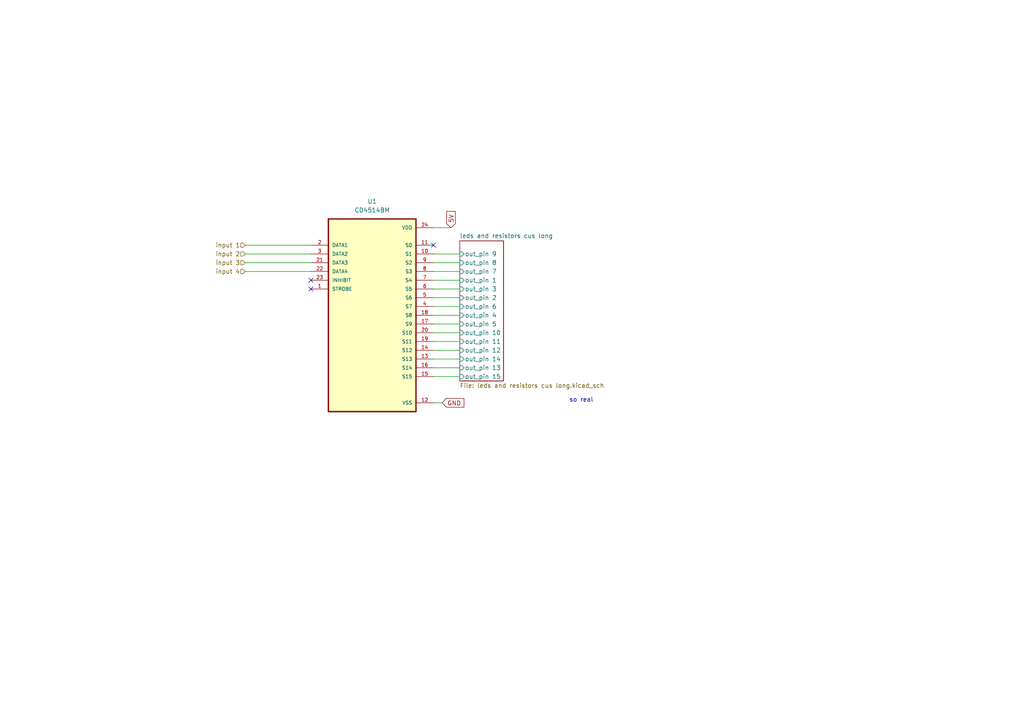
<source format=kicad_sch>
(kicad_sch (version 20230121) (generator eeschema)
  (paper "A4")
  (lib_symbols
    (symbol "CD4514BM:CD4514BM" (pin_names (offset 1.016))
      (property "Reference" "U" (at -12.7 28.94 0))
      (property "Value" "CD4514BM" (at -12.7 -31.94 0))
      (symbol "CD4514BM_0_0"
        (rectangle (start -12.7 -27.94) (end 12.7 27.94) (stroke (width 0.41)) (fill (type background)))
        (pin input line (at -17.78 7.62 0) (length 5.08) (name "STROBE") (number "1"))
        (pin output line (at 17.78 17.78 180) (length 5.08) (name "S1") (number "10"))
        (pin output line (at 17.78 20.32 180) (length 5.08) (name "S0") (number "11"))
        (pin power_in line (at 17.78 -25.4 180) (length 5.08) (name "VSS") (number "12"))
        (pin output line (at 17.78 -12.7 180) (length 5.08) (name "S13") (number "13"))
        (pin output line (at 17.78 -10.16 180) (length 5.08) (name "S12") (number "14"))
        (pin output line (at 17.78 -17.78 180) (length 5.08) (name "S15") (number "15"))
        (pin output line (at 17.78 -15.24 180) (length 5.08) (name "S14") (number "16"))
        (pin output line (at 17.78 -2.54 180) (length 5.08) (name "S9") (number "17"))
        (pin output line (at 17.78 0 180) (length 5.08) (name "S8") (number "18"))
        (pin output line (at 17.78 -7.62 180) (length 5.08) (name "S11") (number "19"))
        (pin input line (at -17.78 20.32 0) (length 5.08) (name "DATA1") (number "2"))
        (pin output line (at 17.78 -5.08 180) (length 5.08) (name "S10") (number "20"))
        (pin input line (at -17.78 15.24 0) (length 5.08) (name "DATA3") (number "21"))
        (pin input line (at -17.78 12.7 0) (length 5.08) (name "DATA4") (number "22"))
        (pin input line (at -17.78 10.16 0) (length 5.08) (name "INHIBIT") (number "23"))
        (pin power_in line (at 17.78 25.4 180) (length 5.08) (name "VDD") (number "24"))
        (pin input line (at -17.78 17.78 0) (length 5.08) (name "DATA2") (number "3"))
        (pin output line (at 17.78 2.54 180) (length 5.08) (name "S7") (number "4"))
        (pin output line (at 17.78 5.08 180) (length 5.08) (name "S6") (number "5"))
        (pin output line (at 17.78 7.62 180) (length 5.08) (name "S5") (number "6"))
        (pin output line (at 17.78 10.16 180) (length 5.08) (name "S4") (number "7"))
        (pin output line (at 17.78 12.7 180) (length 5.08) (name "S3") (number "8"))
        (pin output line (at 17.78 15.24 180) (length 5.08) (name "S2") (number "9"))
      )
    )
  )
  (no_connect (at 90.17 83.82))
  (no_connect (at 90.17 81.28))
  (no_connect (at 125.73 71.12))
  (wire (pts (xy 125.73 106.68) (xy 133.35 106.68)))
  (wire (pts (xy 71.12 73.66) (xy 90.17 73.66)))
  (wire (pts (xy 71.12 71.12) (xy 90.17 71.12)))
  (wire (pts (xy 125.73 73.66) (xy 133.35 73.66)))
  (wire (pts (xy 125.73 81.28) (xy 133.35 81.28)))
  (wire (pts (xy 125.73 76.2) (xy 133.35 76.2)))
  (wire (pts (xy 71.12 78.74) (xy 90.17 78.74)))
  (wire (pts (xy 125.73 99.06) (xy 133.35 99.06)))
  (wire (pts (xy 125.73 93.98) (xy 133.35 93.98)))
  (wire (pts (xy 125.73 96.52) (xy 133.35 96.52)))
  (wire (pts (xy 125.73 91.44) (xy 133.35 91.44)))
  (wire (pts (xy 125.73 83.82) (xy 133.35 83.82)))
  (wire (pts (xy 125.73 101.6) (xy 133.35 101.6)))
  (wire (pts (xy 125.73 86.36) (xy 133.35 86.36)))
  (wire (pts (xy 125.73 104.14) (xy 133.35 104.14)))
  (wire (pts (xy 71.12 76.2) (xy 90.17 76.2)))
  (wire (pts (xy 125.73 109.22) (xy 133.35 109.22)))
  (wire (pts (xy 125.73 78.74) (xy 133.35 78.74)))
  (wire (pts (xy 125.73 116.84) (xy 128.27 116.84)))
  (wire (pts (xy 125.73 66.04) (xy 130.81 66.04)))
  (wire (pts (xy 125.73 88.9) (xy 133.35 88.9)))
  (text "so real\n" (at 165.1 116.84 0) (effects (font (size 1.27 1.27)) (justify left bottom)))
  (global_label "GND" (shape input) (at 128.27 116.84 0) (property "Intersheetrefs" "${INTERSHEET_REFS}" (effects hide)))
  (global_label "5V" (shape input) (at 130.81 66.04 90) (property "Intersheetrefs" "${INTERSHEET_REFS}" (effects hide)))
  (hierarchical_label "input 4" (shape input) (at 71.12 78.74 180))
  (hierarchical_label "input 2" (shape input) (at 71.12 73.66 180))
  (hierarchical_label "input 3" (shape input) (at 71.12 76.2 180))
  (hierarchical_label "input 1" (shape input) (at 71.12 71.12 180))
  (symbol (lib_id "CD4514BM:CD4514BM") (at 107.95 91.44 0) (unit 1)
    (property "Reference" "U1" (at 107.95 58.42 0))
    (property "Value" "CD4514BM" (at 107.95 60.96 0))
    (property "Footprint" "CD4514BM:SOIC127P1030X265-24N" (effects hide))
    (property "MF" "Texas Instruments" (effects hide))
    (property "Description" "\nCMOS 4-Bit Latch/4-to-16 Line Decoder with Output 'High' on Select\n" (effects hide))
    (property "Package" "SOIC-24 Texas Instruments" (effects hide))
    (property "Price" "None" (effects hide))
    (property "SnapEDA_Link" "https://www.snapeda.com/parts/CD4514BM/Texas+Instruments/view-part/?ref=snap" (effects hide))
    (property "MP" "CD4514BM" (effects hide))
    (property "Purchase-URL" "https://www.snapeda.com/api/url_track_click_mouser/?unipart_id=613151&manufacturer=Texas Instruments&part_name=CD4514BM&search_term=decoder" (effects hide))
    (property "Availability" "In Stock" (effects hide))
    (property "Check_prices" "https://www.snapeda.com/parts/CD4514BM/Texas+Instruments/view-part/?ref=eda" (effects hide))
  )
  (sheet (at 133.35 69.85) (size 12.7 40.64) (stroke (width 0.1524))
    (property "Sheetname" "leds and resistors cus long" (at 133.35 69.1384 0) (effects (justify left bottom)))
    (property "Sheetfile" "leds and resistors cus long.kicad_sch" (at 133.35 111.0746 0) (effects (justify left top)))
    (pin "out_pin 15" input (at 133.35 109.22 180))
    (pin "out_pin 13" input (at 133.35 106.68 180))
    (pin "out_pin 14" input (at 133.35 104.14 180))
    (pin "out_pin 12" input (at 133.35 101.6 180))
    (pin "out_pin 11" input (at 133.35 99.06 180))
    (pin "out_pin 10" input (at 133.35 96.52 180))
    (pin "out_pin 5" input (at 133.35 93.98 180))
    (pin "out_pin 4" input (at 133.35 91.44 180))
    (pin "out_pin 6" input (at 133.35 88.9 180))
    (pin "out_pin 2" input (at 133.35 86.36 180))
    (pin "out_pin 3" input (at 133.35 83.82 180))
    (pin "out_pin 1" input (at 133.35 81.28 180))
    (pin "out_pin 7" input (at 133.35 78.74 180))
    (pin "out_pin 8" input (at 133.35 76.2 180))
    (pin "out_pin 9" input (at 133.35 73.66 180))
  )
)
</source>
